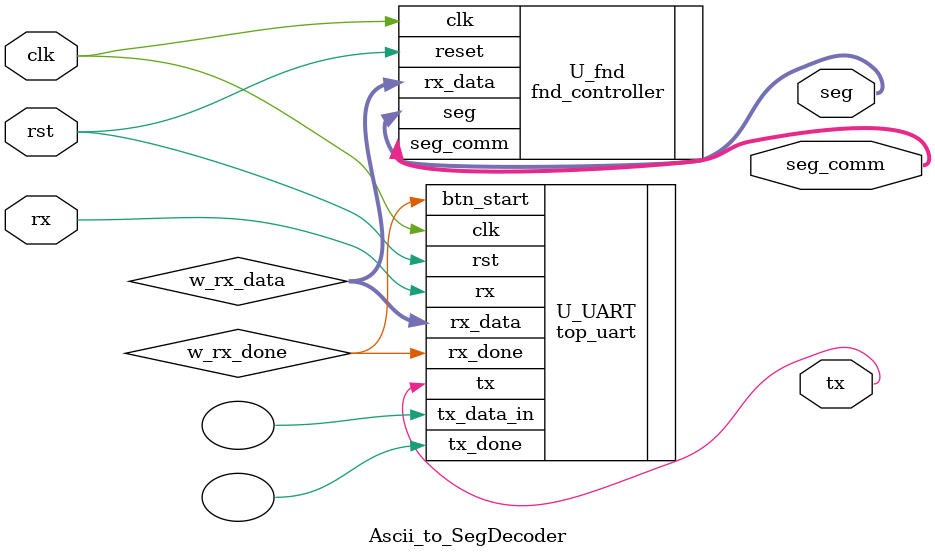
<source format=v>
`timescale 1ns / 1ps

module Ascii_to_SegDecoder(
    input clk,
    input rst,
    input rx,
    output tx,
    output [7:0] seg,
    output [3:0] seg_comm
);

    wire w_rx_done;
    wire [7:0] w_rx_data;

    fnd_controller U_fnd(
        .clk(clk),
        .reset(rst),
        .rx_data(w_rx_data),
        .seg(seg),
        .seg_comm(seg_comm)
    );


    top_uart U_UART (
        .clk(clk),
        .rst(rst),
        .btn_start(w_rx_done),
        .tx_data_in(),
        .tx_done(),
        .tx(tx),
        .rx(rx),
        .rx_done(w_rx_done),
        .rx_data(w_rx_data)
    );
 
endmodule


</source>
